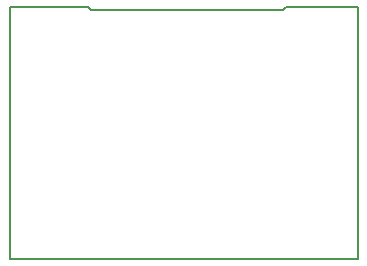
<source format=gbr>
G04 #@! TF.FileFunction,Profile,NP*
%FSLAX46Y46*%
G04 Gerber Fmt 4.6, Leading zero omitted, Abs format (unit mm)*
G04 Created by KiCad (PCBNEW 4.0.2-stable) date Tuesday, July 26, 2016 'PMt' 11:39:25 PM*
%MOMM*%
G01*
G04 APERTURE LIST*
%ADD10C,0.100000*%
%ADD11C,0.150000*%
G04 APERTURE END LIST*
D10*
D11*
X146812000Y-102108000D02*
X140208000Y-102108000D01*
X147066000Y-102362000D02*
X146812000Y-102108000D01*
X163322000Y-102362000D02*
X147066000Y-102362000D01*
X163576000Y-102108000D02*
X164084000Y-102108000D01*
X163322000Y-102362000D02*
X163576000Y-102108000D01*
X169672000Y-102108000D02*
X164084000Y-102108000D01*
X169672000Y-123444000D02*
X169672000Y-102108000D01*
X140208000Y-123444000D02*
X169672000Y-123444000D01*
X140208000Y-102108000D02*
X140208000Y-123444000D01*
M02*

</source>
